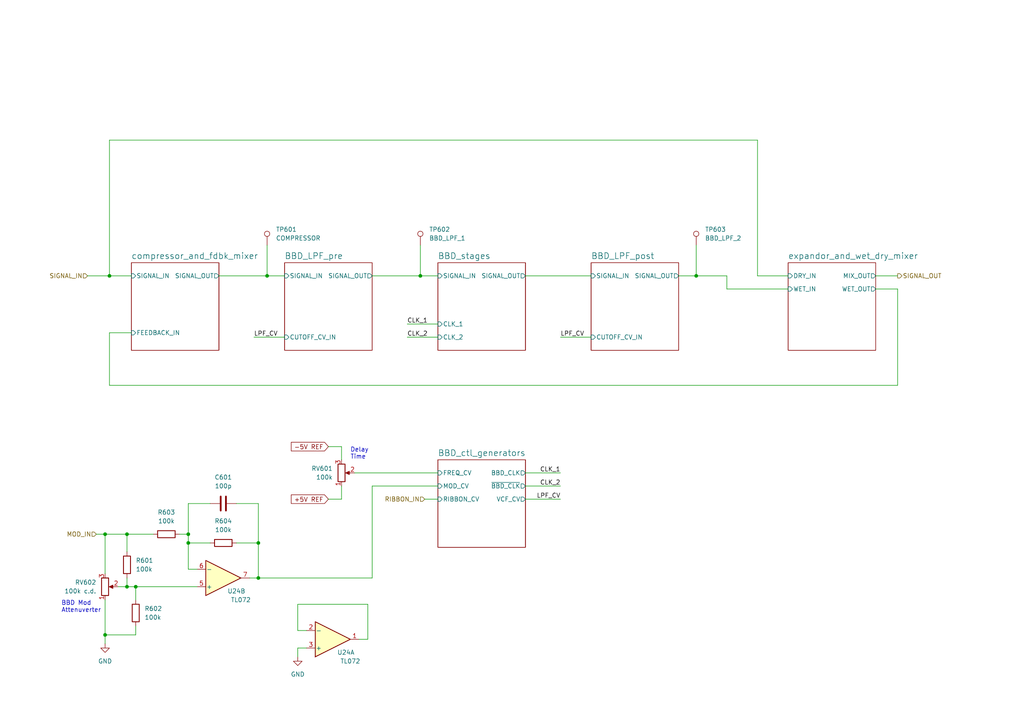
<source format=kicad_sch>
(kicad_sch (version 20211123) (generator eeschema)
  (paper "A4")
  (title_block (title "Josh Ox Ribbon Synth VCF/VCA/BBD board") (date "2023-01-07") (rev "1.0") (comment 1 "creativecommons.org/licenses/by/4.0/") (comment 2 "License: CC by 4.0") (comment 3 "Author: Jordan Aceto"))
  (lib_symbols
    (symbol "Amplifier_Operational:TL072" (pin_names (offset 0.127))
      (property "Reference" "U" (at 0 5.08 0))
      (property "Value" "TL072" (at 0 -5.08 0))
      (symbol "TL072_1_1"
        (polyline (pts (xy -5.08 5.08) (xy 5.08 0) (xy -5.08 -5.08) (xy -5.08 5.08)) (stroke (width 0.254)) (fill (type background)))
        (pin output line (at 7.62 0 180) (length 2.54) (name "~") (number "1"))
        (pin input line (at -7.62 -2.54 0) (length 2.54) (name "-") (number "2"))
        (pin input line (at -7.62 2.54 0) (length 2.54) (name "+") (number "3"))
      )
      (symbol "TL072_2_1"
        (polyline (pts (xy -5.08 5.08) (xy 5.08 0) (xy -5.08 -5.08) (xy -5.08 5.08)) (stroke (width 0.254)) (fill (type background)))
        (pin input line (at -7.62 2.54 0) (length 2.54) (name "+") (number "5"))
        (pin input line (at -7.62 -2.54 0) (length 2.54) (name "-") (number "6"))
        (pin output line (at 7.62 0 180) (length 2.54) (name "~") (number "7"))
      )
      (symbol "TL072_3_1"
        (pin power_in line (at -2.54 -7.62 90) (length 3.81) (name "V-") (number "4"))
        (pin power_in line (at -2.54 7.62 270) (length 3.81) (name "V+") (number "8"))
      )
    )
    (symbol "Connector:TestPoint" (pin_numbers hide) (pin_names (offset 0.762) hide)
      (property "Reference" "TP" (at 0 6.858 0))
      (property "Value" "TestPoint" (at 0 5.08 0))
      (symbol "TestPoint_0_1"
        (circle (center 0 3.302) (radius 0.762))
      )
      (symbol "TestPoint_1_1"
        (pin passive line (at 0 0 90) (length 2.54) (name "1") (number "1"))
      )
    )
    (symbol "Device:C" (pin_numbers hide) (pin_names (offset 0.254))
      (property "Reference" "C" (at 0.635 2.54 0))
      (property "Value" "C" (at 0.635 -2.54 0))
      (symbol "C_0_1"
        (polyline (pts (xy -2.032 -0.762) (xy 2.032 -0.762)) (stroke (width 0.508)))
        (polyline (pts (xy -2.032 0.762) (xy 2.032 0.762)) (stroke (width 0.508)))
      )
      (symbol "C_1_1"
        (pin passive line (at 0 3.81 270) (length 2.794) (name "~") (number "1"))
        (pin passive line (at 0 -3.81 90) (length 2.794) (name "~") (number "2"))
      )
    )
    (symbol "Device:R" (pin_numbers hide) (pin_names (offset 0))
      (property "Reference" "R" (at 2.032 0 90))
      (property "Value" "R" (at 0 0 90))
      (symbol "R_0_1"
        (rectangle (start -1.016 -2.54) (end 1.016 2.54) (stroke (width 0.254)))
      )
      (symbol "R_1_1"
        (pin passive line (at 0 3.81 270) (length 1.27) (name "~") (number "1"))
        (pin passive line (at 0 -3.81 90) (length 1.27) (name "~") (number "2"))
      )
    )
    (symbol "Device:R_Potentiometer" (pin_names (offset 1.016) hide)
      (property "Reference" "RV" (at -4.445 0 90))
      (property "Value" "R_Potentiometer" (at -2.54 0 90))
      (symbol "R_Potentiometer_0_1"
        (polyline (pts (xy 2.54 0) (xy 1.524 0)))
        (polyline (pts (xy 1.143 0) (xy 2.286 0.508) (xy 2.286 -0.508) (xy 1.143 0)) (fill (type outline)))
        (rectangle (start 1.016 2.54) (end -1.016 -2.54) (stroke (width 0.254)))
      )
      (symbol "R_Potentiometer_1_1"
        (pin passive line (at 0 3.81 270) (length 1.27) (name "1") (number "1"))
        (pin passive line (at 3.81 0 180) (length 1.27) (name "2") (number "2"))
        (pin passive line (at 0 -3.81 90) (length 1.27) (name "3") (number "3"))
      )
    )
    (symbol "power:GND" (power) (pin_names (offset 0))
      (property "Value" "GND" (at 0 -3.81 0))
      (symbol "GND_0_1"
        (polyline (pts (xy 0 0) (xy 0 -1.27) (xy 1.27 -1.27) (xy 0 -2.54) (xy -1.27 -1.27) (xy 0 -1.27)))
      )
      (symbol "GND_1_1"
        (pin power_in line (at 0 0 270) (length 0) hide (name "GND") (number "1"))
      )
    )
  )
  (junction (at 36.83 170.18))
  (junction (at 30.48 154.94))
  (junction (at 39.37 170.18))
  (junction (at 54.61 154.94))
  (junction (at 201.93 80.01))
  (junction (at 54.61 157.48))
  (junction (at 74.93 157.48))
  (junction (at 30.48 184.15))
  (junction (at 121.92 80.01))
  (junction (at 74.93 167.64))
  (junction (at 31.75 80.01))
  (junction (at 36.83 154.94))
  (junction (at 77.47 80.01))
  (wire (pts (xy 63.5 80.01) (xy 77.47 80.01)))
  (wire (pts (xy 254 80.01) (xy 260.35 80.01)))
  (wire (pts (xy 74.93 167.64) (xy 74.93 157.48)))
  (wire (pts (xy 86.36 190.5) (xy 86.36 187.96)))
  (wire (pts (xy 210.82 80.01) (xy 210.82 83.82)))
  (wire (pts (xy 86.36 175.26) (xy 106.68 175.26)))
  (wire (pts (xy 77.47 80.01) (xy 82.55 80.01)))
  (wire (pts (xy 68.58 146.05) (xy 74.93 146.05)))
  (wire (pts (xy 31.75 96.52) (xy 38.1 96.52)))
  (wire (pts (xy 121.92 80.01) (xy 127 80.01)))
  (wire (pts (xy 99.06 140.97) (xy 99.06 144.78)))
  (wire (pts (xy 36.83 154.94) (xy 36.83 160.02)))
  (wire (pts (xy 74.93 146.05) (xy 74.93 157.48)))
  (wire (pts (xy 171.45 97.79) (xy 162.56 97.79)))
  (wire (pts (xy 27.94 154.94) (xy 30.48 154.94)))
  (wire (pts (xy 260.35 83.82) (xy 254 83.82)))
  (wire (pts (xy 31.75 111.76) (xy 31.75 96.52)))
  (wire (pts (xy 152.4 137.16) (xy 162.56 137.16)))
  (wire (pts (xy 39.37 170.18) (xy 57.15 170.18)))
  (wire (pts (xy 30.48 173.99) (xy 30.48 184.15)))
  (wire (pts (xy 54.61 146.05) (xy 54.61 154.94)))
  (wire (pts (xy 36.83 154.94) (xy 44.45 154.94)))
  (wire (pts (xy 106.68 185.42) (xy 104.14 185.42)))
  (wire (pts (xy 52.07 154.94) (xy 54.61 154.94)))
  (wire (pts (xy 152.4 140.97) (xy 162.56 140.97)))
  (wire (pts (xy 57.15 165.1) (xy 54.61 165.1)))
  (wire (pts (xy 228.6 83.82) (xy 210.82 83.82)))
  (wire (pts (xy 54.61 154.94) (xy 54.61 157.48)))
  (wire (pts (xy 88.9 182.88) (xy 86.36 182.88)))
  (wire (pts (xy 107.95 140.97) (xy 107.95 167.64)))
  (wire (pts (xy 34.29 170.18) (xy 36.83 170.18)))
  (wire (pts (xy 121.92 71.12) (xy 121.92 80.01)))
  (wire (pts (xy 54.61 157.48) (xy 60.96 157.48)))
  (wire (pts (xy 30.48 154.94) (xy 30.48 166.37)))
  (wire (pts (xy 77.47 71.12) (xy 77.47 80.01)))
  (wire (pts (xy 30.48 154.94) (xy 36.83 154.94)))
  (wire (pts (xy 107.95 140.97) (xy 127 140.97)))
  (wire (pts (xy 31.75 80.01) (xy 38.1 80.01)))
  (wire (pts (xy 31.75 111.76) (xy 260.35 111.76)))
  (wire (pts (xy 25.4 80.01) (xy 31.75 80.01)))
  (wire (pts (xy 30.48 184.15) (xy 30.48 186.69)))
  (wire (pts (xy 127 97.79) (xy 118.11 97.79)))
  (wire (pts (xy 82.55 97.79) (xy 73.66 97.79)))
  (wire (pts (xy 39.37 170.18) (xy 39.37 173.99)))
  (wire (pts (xy 54.61 165.1) (xy 54.61 157.48)))
  (wire (pts (xy 201.93 71.12) (xy 201.93 80.01)))
  (wire (pts (xy 260.35 111.76) (xy 260.35 83.82)))
  (wire (pts (xy 36.83 170.18) (xy 39.37 170.18)))
  (wire (pts (xy 86.36 187.96) (xy 88.9 187.96)))
  (wire (pts (xy 152.4 80.01) (xy 171.45 80.01)))
  (wire (pts (xy 106.68 175.26) (xy 106.68 185.42)))
  (wire (pts (xy 86.36 182.88) (xy 86.36 175.26)))
  (wire (pts (xy 74.93 157.48) (xy 68.58 157.48)))
  (wire (pts (xy 99.06 144.78) (xy 95.25 144.78)))
  (wire (pts (xy 123.19 144.78) (xy 127 144.78)))
  (wire (pts (xy 219.71 40.64) (xy 219.71 80.01)))
  (wire (pts (xy 31.75 80.01) (xy 31.75 40.64)))
  (wire (pts (xy 74.93 167.64) (xy 107.95 167.64)))
  (wire (pts (xy 152.4 144.78) (xy 162.56 144.78)))
  (wire (pts (xy 30.48 184.15) (xy 39.37 184.15)))
  (wire (pts (xy 102.87 137.16) (xy 127 137.16)))
  (wire (pts (xy 196.85 80.01) (xy 201.93 80.01)))
  (wire (pts (xy 99.06 129.54) (xy 99.06 133.35)))
  (wire (pts (xy 95.25 129.54) (xy 99.06 129.54)))
  (wire (pts (xy 36.83 167.64) (xy 36.83 170.18)))
  (wire (pts (xy 107.95 80.01) (xy 121.92 80.01)))
  (wire (pts (xy 127 93.98) (xy 118.11 93.98)))
  (wire (pts (xy 60.96 146.05) (xy 54.61 146.05)))
  (wire (pts (xy 72.39 167.64) (xy 74.93 167.64)))
  (wire (pts (xy 31.75 40.64) (xy 219.71 40.64)))
  (wire (pts (xy 39.37 181.61) (xy 39.37 184.15)))
  (wire (pts (xy 201.93 80.01) (xy 210.82 80.01)))
  (wire (pts (xy 219.71 80.01) (xy 228.6 80.01)))
  (text "Delay\nTime" (at 101.6 133.35 0) (effects (font (size 1.27 1.27)) (justify left bottom)))
  (text "BBD Mod\nAttenuverter" (at 17.78 177.8 0) (effects (font (size 1.27 1.27)) (justify left bottom)))
  (label "CLK_2" (at 162.56 140.97 180))
  (label "CLK_1" (at 162.56 137.16 180))
  (label "CLK_1" (at 118.11 93.98 0))
  (label "LPF_CV" (at 73.66 97.79 0))
  (label "LPF_CV" (at 162.56 144.78 180))
  (label "CLK_2" (at 118.11 97.79 0))
  (label "LPF_CV" (at 162.56 97.79 0))
  (global_label "+5V REF" (shape input) (at 95.25 144.78 180) (property "Intersheet References" "${INTERSHEET_REFS}" (effects hide)))
  (global_label "-5V REF" (shape input) (at 95.25 129.54 180) (property "Intersheet References" "${INTERSHEET_REFS}" (effects hide)))
  (hierarchical_label "SIGNAL_IN" (shape input) (at 25.4 80.01 180))
  (hierarchical_label "SIGNAL_OUT" (shape output) (at 260.35 80.01 0))
  (hierarchical_label "MOD_IN" (shape input) (at 27.94 154.94 180))
  (hierarchical_label "RIBBON_IN" (shape input) (at 123.19 144.78 180))
  (symbol (lib_id "Device:R_Potentiometer") (at 30.48 170.18 0) (mirror x) (unit 1)
    (property "Reference" "RV602" (at 27.94 168.9099 0) (effects (justify right)))
    (property "Value" "100k c.d." (at 27.94 171.4499 0) (effects (justify right)))
    (property "Footprint" "Potentiometer_THT:Potentiometer_Alpha_RD901F-40-00D_Single_Vertical" (effects hide))
  )
  (symbol (lib_id "Amplifier_Operational:TL072") (at 96.52 185.42 0) (mirror x) (unit 1)
    (property "Reference" "U24" (at 100.33 189.23 0))
    (property "Value" "TL072" (at 101.6 191.77 0))
    (property "Footprint" "Package_SO:SOIC-8_3.9x4.9mm_P1.27mm" (effects hide))
    (property "Datasheet" "http://www.ti.com/lit/ds/symlink/tl071.pdf" (effects hide))
  )
  (symbol (lib_id "Device:C") (at 64.77 146.05 90) (unit 1)
    (property "Reference" "C601" (at 64.77 138.43 90))
    (property "Value" "100p" (at 64.77 140.97 90))
    (property "Footprint" "Capacitor_SMD:C_0805_2012Metric" (effects hide))
  )
  (symbol (lib_id "Device:R") (at 39.37 177.8 180) (unit 1)
    (property "Reference" "R602" (at 41.91 176.5299 0) (effects (justify right)))
    (property "Value" "100k" (at 41.91 179.0699 0) (effects (justify right)))
    (property "Footprint" "Resistor_SMD:R_0805_2012Metric" (effects hide))
  )
  (symbol (lib_id "Device:R") (at 64.77 157.48 90) (unit 1)
    (property "Reference" "R604" (at 64.77 151.13 90))
    (property "Value" "100k" (at 64.77 153.67 90))
    (property "Footprint" "Resistor_SMD:R_0805_2012Metric" (effects hide))
  )
  (symbol (lib_id "Device:R") (at 36.83 163.83 180) (unit 1)
    (property "Reference" "R601" (at 39.37 162.5599 0) (effects (justify right)))
    (property "Value" "100k" (at 39.37 165.0999 0) (effects (justify right)))
    (property "Footprint" "Resistor_SMD:R_0805_2012Metric" (effects hide))
  )
  (symbol (lib_id "power:GND") (at 86.36 190.5 0) (unit 1)
    (property "Reference" "#PWR0115" (effects hide))
    (property "Value" "GND" (at 86.36 195.58 0))
  )
  (symbol (lib_id "Device:R_Potentiometer") (at 99.06 137.16 0) (mirror x) (unit 1)
    (property "Reference" "RV601" (at 96.52 135.8899 0) (effects (justify right)))
    (property "Value" "100k" (at 96.52 138.4299 0) (effects (justify right)))
    (property "Footprint" "Potentiometer_THT:Potentiometer_Alpha_RD901F-40-00D_Single_Vertical" (effects hide))
  )
  (symbol (lib_id "Amplifier_Operational:TL072") (at 64.77 167.64 0) (mirror x) (unit 2)
    (property "Reference" "U24" (at 68.58 171.45 0))
    (property "Value" "TL072" (at 69.85 173.99 0))
    (property "Footprint" "Package_SO:SOIC-8_3.9x4.9mm_P1.27mm" (effects hide))
    (property "Datasheet" "http://www.ti.com/lit/ds/symlink/tl071.pdf" (effects hide))
  )
  (symbol (lib_id "power:GND") (at 30.48 186.69 0) (unit 1)
    (property "Reference" "#PWR0108" (effects hide))
    (property "Value" "GND" (at 30.48 191.77 0))
  )
  (symbol (lib_id "Device:R") (at 48.26 154.94 90) (unit 1)
    (property "Reference" "R603" (at 48.26 148.59 90))
    (property "Value" "100k" (at 48.26 151.13 90))
    (property "Footprint" "Resistor_SMD:R_0805_2012Metric" (effects hide))
  )
  (symbol (lib_id "Connector:TestPoint") (at 201.93 71.12 0) (unit 1) (in_bom no)
    (property "Reference" "TP603" (at 204.47 66.5479 0) (effects (justify left)))
    (property "Value" "BBD_LPF_2" (at 204.47 69.0879 0) (effects (justify left)))
    (property "Footprint" "TestPoint:TestPoint_Keystone_5000-5004_Miniature" (effects hide))
  )
  (symbol (lib_id "Connector:TestPoint") (at 121.92 71.12 0) (unit 1) (in_bom no)
    (property "Reference" "TP602" (at 124.46 66.5479 0) (effects (justify left)))
    (property "Value" "BBD_LPF_1" (at 124.46 69.0879 0) (effects (justify left)))
    (property "Footprint" "TestPoint:TestPoint_Keystone_5000-5004_Miniature" (effects hide))
  )
  (symbol (lib_id "Connector:TestPoint") (at 77.47 71.12 0) (unit 1) (in_bom no)
    (property "Reference" "TP601" (at 80.01 66.5479 0) (effects (justify left)))
    (property "Value" "COMPRESSOR" (at 80.01 69.0879 0) (effects (justify left)))
    (property "Footprint" "TestPoint:TestPoint_Keystone_5000-5004_Miniature" (effects hide))
  )
  (sheet (at 171.45 76.2) (size 25.4 25.4) (stroke (width 0.1524))
    (property "Sheet name" "BBD_LPF_post" (at 171.45 75.2484 0) (effects (font (size 1.75 1.75)) (justify left bottom)))
    (property "Sheet file" "BBD_LPF.kicad_sch" (effects hide))
    (pin "SIGNAL_IN" input (at 171.45 80.01 180))
    (pin "SIGNAL_OUT" output (at 196.85 80.01 0))
    (pin "CUTOFF_CV_IN" input (at 171.45 97.79 180))
  )
  (sheet (at 228.6 76.2) (size 25.4 25.4) (stroke (width 0.1524))
    (property "Sheet name" "expandor_and_wet_dry_mixer" (at 228.6 75.2484 0) (effects (font (size 1.75 1.75)) (justify left bottom)))
    (property "Sheet file" "expandor_and_wet_dry_mixer.kicad_sch" (effects hide))
    (pin "DRY_IN" input (at 228.6 80.01 180))
    (pin "WET_IN" input (at 228.6 83.82 180))
    (pin "MIX_OUT" output (at 254 80.01 0))
    (pin "WET_OUT" output (at 254 83.82 0))
  )
  (sheet (at 82.55 76.2) (size 25.4 25.4) (stroke (width 0.1524))
    (property "Sheet name" "BBD_LPF_pre" (at 82.55 75.2484 0) (effects (font (size 1.75 1.75)) (justify left bottom)))
    (property "Sheet file" "BBD_LPF.kicad_sch" (effects hide))
    (pin "SIGNAL_IN" input (at 82.55 80.01 180))
    (pin "SIGNAL_OUT" output (at 107.95 80.01 0))
    (pin "CUTOFF_CV_IN" input (at 82.55 97.79 180))
  )
  (sheet (at 38.1 76.2) (size 25.4 25.4) (stroke (width 0.1524))
    (property "Sheet name" "compressor_and_fdbk_mixer" (at 38.1 75.2484 0) (effects (font (size 1.75 1.75)) (justify left bottom)))
    (property "Sheet file" "compressor_and_fdbk_mixer.kicad_sch" (effects hide))
    (pin "SIGNAL_OUT" output (at 63.5 80.01 0))
    (pin "SIGNAL_IN" input (at 38.1 80.01 180))
    (pin "FEEDBACK_IN" input (at 38.1 96.52 180))
  )
  (sheet (at 127 133.35) (size 25.4 25.4) (stroke (width 0.1524))
    (property "Sheet name" "BBD_ctl_generators" (at 127 132.3984 0) (effects (font (size 1.75 1.75)) (justify left bottom)))
    (property "Sheet file" "BBD_ctl_generators.kicad_sch" (effects hide))
    (pin "FREQ_CV" input (at 127 137.16 180))
    (pin "MOD_CV" input (at 127 140.97 180))
    (pin "RIBBON_CV" input (at 127 144.78 180))
    (pin "~{BBD_CLK}" output (at 152.4 140.97 0))
    (pin "BBD_CLK" output (at 152.4 137.16 0))
    (pin "VCF_CV" output (at 152.4 144.78 0))
  )
  (sheet (at 127 76.2) (size 25.4 25.4)
    (property "Sheet name" "BBD_stages" (at 127 75.2484 0) (effects (font (size 1.75 1.75)) (justify left bottom)))
    (property "Sheet file" "BBD_stages.kicad_sch" (effects hide))
    (pin "SIGNAL_OUT" output (at 152.4 80.01 0))
    (pin "SIGNAL_IN" input (at 127 80.01 180))
    (pin "CLK_1" input (at 127 93.98 180))
    (pin "CLK_2" input (at 127 97.79 180))
  )
)
</source>
